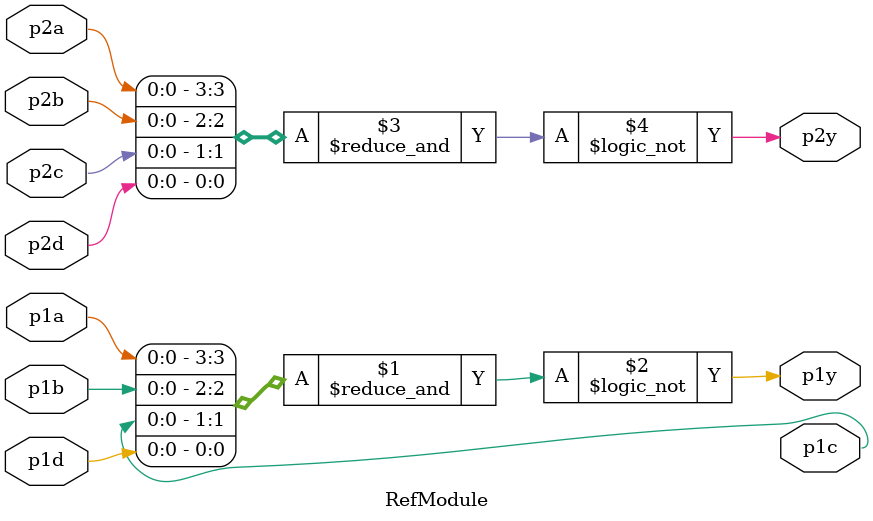
<source format=sv>

module RefModule (
  input p1a,
  input p1b,
  output p1c,
  input p1d,
  output p1y,
  input p2a,
  input p2b,
  input p2c,
  input p2d,
  output p2y
);

  assign p1y = ~&( {p1a, p1b, p1c, p1d} );
  assign p2y = ~&( {p2a, p2b, p2c, p2d} );

endmodule


</source>
